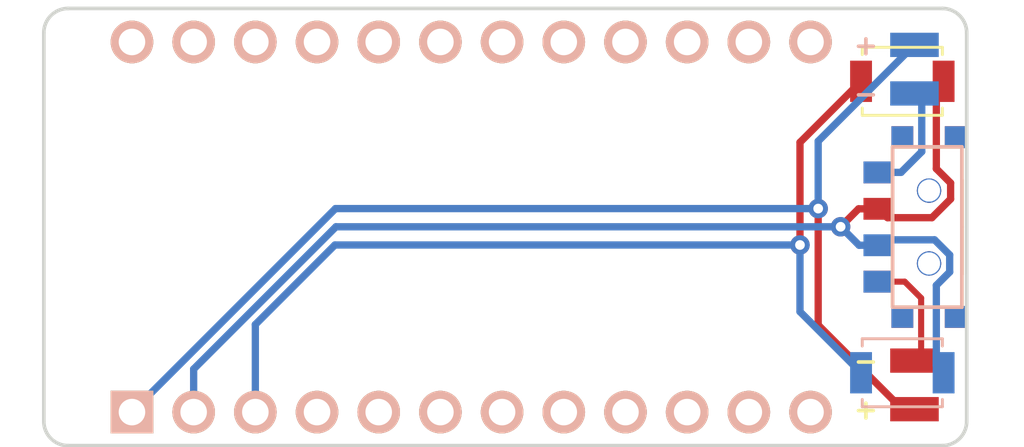
<source format=kicad_pcb>
(kicad_pcb (version 20211014) (generator pcbnew)
  (title_block (title "battpack") (rev "v1.0.0") (company "Unknown"))
  (layers (0 "F.Cu" signal) (31 "B.Cu" signal) (34 "B.Paste" user) (35 "F.Paste" user) (36 "B.SilkS" user "B.Silkscreen") (37 "F.SilkS" user "F.Silkscreen") (38 "B.Mask" user) (39 "F.Mask" user) (44 "Edge.Cuts" user))
  (net 0 "")
  (net 1 "RAW")
  (net 2 "GND")
  (net 3 "RST")
  (net 4 "VCC")
  (net 5 "F4")
  (net 6 "F5")
  (net 7 "F6")
  (net 8 "F7")
  (net 9 "B1")
  (net 10 "B3")
  (net 11 "B2")
  (net 12 "B6")
  (net 13 "D3")
  (net 14 "D2")
  (net 15 "D1")
  (net 16 "D0")
  (net 17 "D4")
  (net 18 "C6")
  (net 19 "D7")
  (net 20 "E6")
  (net 21 "B4")
  (net 22 "B5")
  (net 23 "BAT")
  (footprint "SMDPad" (layer "F.Cu") (at 18.25 -5.5)
    (fp_text reference "PAD2" hide)
    (fp_text value "" hide)
    (fp_text user "-" (at -2 0) (layer "B.SilkS") (effects (font (size 0.8 0.8)) (justify mirror)))
    (pad "1" smd rect locked (at 0 0) (size 2 1) (layers "B.Cu" "B.Paste" "B.Mask") (net 23 "BAT"))
  )
  (footprint "SW_SPST_B3U-1000P" (layer "F.Cu") (at 17.75 -6)
    (fp_text reference "B1" hide)
    (fp_text value "")
    (fp_line (start 1.65 -1.4) (end 1.65 -1.1) (layer "F.SilkS") (width 0.12))
    (fp_line (start -1.65 1.1) (end -1.65 1.4) (layer "F.SilkS") (width 0.12))
    (fp_line (start -1.65 1.4) (end 1.65 1.4) (layer "F.SilkS") (width 0.12))
    (fp_line (start 1.65 1.4) (end 1.65 1.1) (layer "F.SilkS") (width 0.12))
    (fp_line (start -1.65 -1.4) (end 1.65 -1.4) (layer "F.SilkS") (width 0.12))
    (fp_line (start -1.65 -1.1) (end -1.65 -1.4) (layer "F.SilkS") (width 0.12))
    (pad "1" smd rect locked (at -1.7 0) (size 0.9 1.7) (layers "F.Cu" "F.Paste" "F.Mask") (net 3 "RST"))
    (pad "2" smd rect locked (at 1.7 0) (size 0.9 1.7) (layers "F.Cu" "F.Paste" "F.Mask") (net 2 "GND"))
  )
  (footprint "SW_SPST_B3U-1000P" (layer "F.Cu") (at 17.75 6)
    (fp_text reference "B2" hide)
    (fp_text value "")
    (fp_line (start -1.65 1.1) (end -1.65 1.4) (layer "B.SilkS") (width 0.12))
    (fp_line (start -1.65 -1.1) (end -1.65 -1.4) (layer "B.SilkS") (width 0.12))
    (fp_line (start 1.65 1.4) (end 1.65 1.1) (layer "B.SilkS") (width 0.12))
    (fp_line (start -1.65 1.4) (end 1.65 1.4) (layer "B.SilkS") (width 0.12))
    (fp_line (start 1.65 -1.4) (end 1.65 -1.1) (layer "B.SilkS") (width 0.12))
    (fp_line (start -1.65 -1.4) (end 1.65 -1.4) (layer "B.SilkS") (width 0.12))
    (pad "1" smd rect locked (at -1.7 0) (size 0.9 1.7) (layers "B.Cu" "B.Paste" "B.Mask") (net 3 "RST"))
    (pad "2" smd rect locked (at 1.7 0) (size 0.9 1.7) (layers "B.Cu" "B.Paste" "B.Mask") (net 2 "GND"))
  )
  (footprint "SMDPad" (layer "F.Cu") (at 18.25 5.5)
    (fp_text reference "PAD4" hide)
    (fp_text value "" hide)
    (fp_text user "-" (at -2 0) (layer "F.SilkS") (effects (font (size 0.8 0.8))))
    (pad "1" smd rect locked (at 0 0) (size 2 1) (layers "F.Cu" "F.Paste" "F.Mask") (net 23 "BAT"))
  )
  (footprint "SMDPad" (layer "F.Cu") (at 18.25 -7.5)
    (fp_text reference "PAD1" hide)
    (fp_text value "" hide)
    (fp_text user "+" (at -2 0) (layer "B.SilkS") (effects (font (size 0.8 0.8)) (justify mirror)))
    (pad "1" smd rect locked (at 0 0) (size 2 1) (layers "B.Cu" "B.Paste" "B.Mask") (net 1 "RAW"))
  )
  (footprint "E73:SPDT_C128955" (layer "F.Cu") (at 18.85 0 -90)
    (fp_text reference "T2" hide)
    (fp_text value "" hide)
    (fp_line (start 0 -1.35) (end -3.3 -1.35) (layer "F.SilkS") (width 0.15))
    (fp_line (start 3.3 1.5) (end 3.3 -1.35) (layer "F.SilkS") (width 0.15))
    (fp_line (start -3.3 -1.35) (end -3.3 1.5) (layer "F.SilkS") (width 0.15))
    (fp_line (start -3.3 1.5) (end 3.3 1.5) (layer "F.SilkS") (width 0.15))
    (fp_line (start 0 -1.35) (end 3.3 -1.35) (layer "F.SilkS") (width 0.15))
    (fp_line (start 1.95 -1.35) (end -1.95 -1.35) (layer "F.SilkS") (width 0.15))
    (pad "" np_thru_hole circle locked (at 1.5 0) (size 1 1) (drill 0.9) (layers *.Cu *.Mask))
    (pad "" smd rect locked (at 3.7 -1.1 270) (size 0.9 0.9) (layers "F.Cu" "F.Paste" "F.Mask"))
    (pad "" smd rect locked (at 3.7 1.1 270) (size 0.9 0.9) (layers "F.Cu" "F.Paste" "F.Mask"))
    (pad "" np_thru_hole circle locked (at -1.5 0) (size 1 1) (drill 0.9) (layers *.Cu *.Mask))
    (pad "" smd rect locked (at -3.7 1.1 270) (size 0.9 0.9) (layers "F.Cu" "F.Paste" "F.Mask"))
    (pad "" smd rect locked (at -3.7 -1.1 270) (size 0.9 0.9) (layers "F.Cu" "F.Paste" "F.Mask"))
    (pad "1" smd rect locked (at 2.25 2.075 270) (size 0.9 1.25) (layers "F.Cu" "F.Paste" "F.Mask") (net 23 "BAT"))
    (pad "2" smd rect locked (at -0.75 2.075 270) (size 0.9 1.25) (layers "F.Cu" "F.Paste" "F.Mask") (net 2 "GND"))
    (pad "3" smd rect locked (at -2.25 2.075 270) (size 0.9 1.25) (layers "F.Cu" "F.Paste" "F.Mask"))
  )
  (footprint "SMDPad" (layer "F.Cu") (at 18.25 7.5)
    (fp_text reference "PAD3" hide)
    (fp_text value "" hide)
    (fp_text user "+" (at -2 0) (layer "F.SilkS") (effects (font (size 0.8 0.8))))
    (pad "1" smd rect locked (at 0 0) (size 2 1) (layers "F.Cu" "F.Paste" "F.Mask") (net 1 "RAW"))
  )
  (footprint "CONTROLLER" (layer "F.Cu") (at 0 0)
    (fp_text reference "" (at 0 0) (layer "F.SilkS") (effects (font (size 1.27 1.27))))
    (fp_text value "CONTROLLER" hide)
    (pad "1" thru_hole rect locked (at -13.97 7.62) (size 1.7526 1.7526) (drill 1.0922) (layers *.Cu *.SilkS *.Mask) (net 1 "RAW"))
    (pad "2" thru_hole circle locked (at -11.43 7.62) (size 1.7526 1.7526) (drill 1.0922) (layers *.Cu *.SilkS *.Mask) (net 2 "GND"))
    (pad "3" thru_hole circle locked (at -8.89 7.62) (size 1.7526 1.7526) (drill 1.0922) (layers *.Cu *.SilkS *.Mask) (net 3 "RST"))
    (pad "4" thru_hole circle locked (at -6.35 7.62) (size 1.7526 1.7526) (drill 1.0922) (layers *.Cu *.SilkS *.Mask) (net 4 "VCC"))
    (pad "5" thru_hole circle locked (at -3.81 7.62) (size 1.7526 1.7526) (drill 1.0922) (layers *.Cu *.SilkS *.Mask) (net 5 "F4"))
    (pad "6" thru_hole circle locked (at -1.27 7.62) (size 1.7526 1.7526) (drill 1.0922) (layers *.Cu *.SilkS *.Mask) (net 6 "F5"))
    (pad "7" thru_hole circle locked (at 1.27 7.62) (size 1.7526 1.7526) (drill 1.0922) (layers *.Cu *.SilkS *.Mask) (net 7 "F6"))
    (pad "8" thru_hole circle locked (at 3.81 7.62) (size 1.7526 1.7526) (drill 1.0922) (layers *.Cu *.SilkS *.Mask) (net 8 "F7"))
    (pad "9" thru_hole circle locked (at 6.35 7.62) (size 1.7526 1.7526) (drill 1.0922) (layers *.Cu *.SilkS *.Mask) (net 9 "B1"))
    (pad "10" thru_hole circle locked (at 8.89 7.62) (size 1.7526 1.7526) (drill 1.0922) (layers *.Cu *.SilkS *.Mask) (net 10 "B3"))
    (pad "11" thru_hole circle locked (at 11.43 7.62) (size 1.7526 1.7526) (drill 1.0922) (layers *.Cu *.SilkS *.Mask) (net 11 "B2"))
    (pad "12" thru_hole circle locked (at 13.97 7.62) (size 1.7526 1.7526) (drill 1.0922) (layers *.Cu *.SilkS *.Mask) (net 12 "B6"))
    (pad "13" thru_hole circle locked (at 13.97 -7.62) (size 1.7526 1.7526) (drill 1.0922) (layers *.Cu *.SilkS *.Mask) (net 22 "B5"))
    (pad "14" thru_hole circle locked (at 11.43 -7.62) (size 1.7526 1.7526) (drill 1.0922) (layers *.Cu *.SilkS *.Mask) (net 21 "B4"))
    (pad "15" thru_hole circle locked (at 8.89 -7.62) (size 1.7526 1.7526) (drill 1.0922) (layers *.Cu *.SilkS *.Mask) (net 20 "E6"))
    (pad "16" thru_hole circle locked (at 6.35 -7.62) (size 1.7526 1.7526) (drill 1.0922) (layers *.Cu *.SilkS *.Mask) (net 19 "D7"))
    (pad "17" thru_hole circle locked (at 3.81 -7.62) (size 1.7526 1.7526) (drill 1.0922) (layers *.Cu *.SilkS *.Mask) (net 18 "C6"))
    (pad "18" thru_hole circle locked (at 1.27 -7.62) (size 1.7526 1.7526) (drill 1.0922) (layers *.Cu *.SilkS *.Mask) (net 17 "D4"))
    (pad "19" thru_hole circle locked (at -1.27 -7.62) (size 1.7526 1.7526) (drill 1.0922) (layers *.Cu *.SilkS *.Mask) (net 16 "D0"))
    (pad "20" thru_hole circle locked (at -3.81 -7.62) (size 1.7526 1.7526) (drill 1.0922) (layers *.Cu *.SilkS *.Mask) (net 15 "D1"))
    (pad "21" thru_hole circle locked (at -6.35 -7.62) (size 1.7526 1.7526) (drill 1.0922) (layers *.Cu *.SilkS *.Mask) (net 2 "GND"))
    (pad "22" thru_hole circle locked (at -8.89 -7.62) (size 1.7526 1.7526) (drill 1.0922) (layers *.Cu *.SilkS *.Mask) (net 2 "GND"))
    (pad "23" thru_hole circle locked (at -11.43 -7.62) (size 1.7526 1.7526) (drill 1.0922) (layers *.Cu *.SilkS *.Mask) (net 14 "D2"))
    (pad "24" thru_hole circle locked (at -13.97 -7.62) (size 1.7526 1.7526) (drill 1.0922) (layers *.Cu *.SilkS *.Mask) (net 13 "D3"))
  )
  (footprint "E73:SPDT_C128955" (layer "B.Cu") (at 18.85 0 -90)
    (fp_text reference "T1" hide)
    (fp_text value "" hide)
    (fp_line (start -3.3 -1.35) (end -3.3 1.5) (layer "B.SilkS") (width 0.15))
    (fp_line (start 1.95 -1.35) (end -1.95 -1.35) (layer "B.SilkS") (width 0.15))
    (fp_line (start 3.3 1.5) (end 3.3 -1.35) (layer "B.SilkS") (width 0.15))
    (fp_line (start 0 -1.35) (end -3.3 -1.35) (layer "B.SilkS") (width 0.15))
    (fp_line (start -3.3 1.5) (end 3.3 1.5) (layer "B.SilkS") (width 0.15))
    (fp_line (start 0 -1.35) (end 3.3 -1.35) (layer "B.SilkS") (width 0.15))
    (pad "" smd rect locked (at 3.7 -1.1 270) (size 0.9 0.9) (layers "B.Cu" "B.Paste" "B.Mask"))
    (pad "" smd rect locked (at -3.7 -1.1 270) (size 0.9 0.9) (layers "B.Cu" "B.Paste" "B.Mask"))
    (pad "" np_thru_hole circle locked (at 1.5 0) (size 1 1) (drill 0.9) (layers *.Cu *.Mask))
    (pad "" np_thru_hole circle locked (at -1.5 0) (size 1 1) (drill 0.9) (layers *.Cu *.Mask))
    (pad "" smd rect locked (at 3.7 1.1 270) (size 0.9 0.9) (layers "B.Cu" "B.Paste" "B.Mask"))
    (pad "" smd rect locked (at -3.7 1.1 270) (size 0.9 0.9) (layers "B.Cu" "B.Paste" "B.Mask"))
    (pad "1" smd rect locked (at -2.25 2.075 270) (size 0.9 1.25) (layers "B.Cu" "B.Paste" "B.Mask") (net 23 "BAT"))
    (pad "2" smd rect locked (at 0.75 2.075 270) (size 0.9 1.25) (layers "B.Cu" "B.Paste" "B.Mask") (net 2 "GND"))
    (pad "3" smd rect locked (at 2.25 2.075 270) (size 0.9 1.25) (layers "B.Cu" "B.Paste" "B.Mask"))
  )
  (gr_line (start -17.6 -8) (end -17.6 8) (layer "Edge.Cuts") (width 0.15))
  (gr_arc (start -16.6 9) (mid -17.307107 8.707107) (end -17.6 8) (layer "Edge.Cuts") (width 0.15))
  (gr_arc (start 20.4 8) (mid 20.107107 8.707107) (end 19.4 9) (layer "Edge.Cuts") (width 0.15))
  (gr_line (start 19.4 -9) (end -16.6 -9) (layer "Edge.Cuts") (width 0.15))
  (gr_line (start 20.4 8) (end 20.4 -8) (layer "Edge.Cuts") (width 0.15))
  (gr_line (start -16.6 9) (end 19.4 9) (layer "Edge.Cuts") (width 0.15))
  (gr_arc (start -17.6 -8) (mid -17.307107 -8.707107) (end -16.6 -9) (layer "Edge.Cuts") (width 0.15))
  (gr_arc (start 19.4 -9) (mid 20.107107 -8.707107) (end 20.4 -8) (layer "Edge.Cuts") (width 0.15))
  (segment (start 14.285505 -0.759787) (end 14.285505 4.035505) (width 0.3) (layer "F.Cu") (net 1))
  (segment (start 17.75 7.5) (end 18.25 7.5) (width 0.3) (layer "F.Cu") (net 1))
  (segment (start 14.285505 4.035505) (end 17.75 7.5) (width 0.3) (layer "F.Cu") (net 1))
  (via (at 14.285505 -0.759787) (size 0.8) (drill 0.4) (layers "F.Cu" "B.Cu") (net 1))
  (segment (start -5.590213 -0.759787) (end -13.97 7.62) (width 0.3) (layer "B.Cu") (net 1))
  (segment (start 14.285505 -3.535505) (end 14.285505 -0.759787) (width 0.3) (layer "B.Cu") (net 1))
  (segment (start 14.285505 -0.759787) (end -5.590213 -0.759787) (width 0.3) (layer "B.Cu") (net 1))
  (segment (start 18.25 -7.5) (end 14.285505 -3.535505) (width 0.3) (layer "B.Cu") (net 1))
  (segment (start 19.45 -6) (end 19.150489 -5.700489) (width 0.3) (layer "F.Cu") (net 2))
  (segment (start 18.969446 -0.384989) (end 17.140011 -0.384989) (width 0.3) (layer "F.Cu") (net 2))
  (segment (start 19.737657 -1.813748) (end 19.737657 -1.1532) (width 0.3) (layer "F.Cu") (net 2))
  (segment (start 19.150489 -5.700489) (end 19.150489 -2.400916) (width 0.3) (layer "F.Cu") (net 2))
  (segment (start 15.208924 -0.010287) (end 15.948637 -0.75) (width 0.3) (layer "F.Cu") (net 2))
  (segment (start 15.948637 -0.75) (end 16.775 -0.75) (width 0.3) (layer "F.Cu") (net 2))
  (segment (start 17.140011 -0.384989) (end 16.775 -0.75) (width 0.3) (layer "F.Cu") (net 2))
  (segment (start 19.150489 -2.400916) (end 19.737657 -1.813748) (width 0.3) (layer "F.Cu") (net 2))
  (segment (start 19.737657 -1.1532) (end 18.969446 -0.384989) (width 0.3) (layer "F.Cu") (net 2))
  (via (at 15.208924 -0.010287) (size 0.8) (drill 0.4) (layers "F.Cu" "B.Cu") (net 2))
  (segment (start 16.775 0.75) (end 15.969211 0.75) (width 0.3) (layer "B.Cu") (net 2))
  (segment (start 19.45 6) (end 19.150489 5.700489) (width 0.3) (layer "B.Cu") (net 2))
  (segment (start 19.699521 1.851884) (end 19.699521 1.148116) (width 0.3) (layer "B.Cu") (net 2))
  (segment (start -11.43 5.848356) (end -11.43 7.62) (width 0.3) (layer "B.Cu") (net 2))
  (segment (start 19.150489 2.400916) (end 19.699521 1.851884) (width 0.3) (layer "B.Cu") (net 2))
  (segment (start 19.699521 1.148116) (end 19.077852 0.526447) (width 0.3) (layer "B.Cu") (net 2))
  (segment (start -5.571357 -0.010287) (end -11.43 5.848356) (width 0.3) (layer "B.Cu") (net 2))
  (segment (start 19.077852 0.526447) (end 16.998553 0.526447) (width 0.3) (layer "B.Cu") (net 2))
  (segment (start 15.208924 -0.010287) (end -5.571357 -0.010287) (width 0.3) (layer "B.Cu") (net 2))
  (segment (start 16.998553 0.526447) (end 16.775 0.75) (width 0.3) (layer "B.Cu") (net 2))
  (segment (start 15.969211 0.75) (end 15.208924 -0.010287) (width 0.3) (layer "B.Cu") (net 2))
  (segment (start 19.150489 5.700489) (end 19.150489 2.400916) (width 0.3) (layer "B.Cu") (net 2))
  (segment (start 13.536005 0.739213) (end 13.536005 -3.486005) (width 0.3) (layer "F.Cu") (net 3))
  (segment (start 13.536005 -3.486005) (end 16.05 -6) (width 0.3) (layer "F.Cu") (net 3))
  (via (at 13.536005 0.739213) (size 0.8) (drill 0.4) (layers "F.Cu" "B.Cu") (net 3))
  (segment (start -5.614429 0.739213) (end -8.89 4.014784) (width 0.3) (layer "B.Cu") (net 3))
  (segment (start 16.05 6) (end 13.536005 3.486005) (width 0.3) (layer "B.Cu") (net 3))
  (segment (start 13.536005 3.486005) (end 13.536005 0.739213) (width 0.3) (layer "B.Cu") (net 3))
  (segment (start -8.89 4.014784) (end -8.89 7.62) (width 0.3) (layer "B.Cu") (net 3))
  (segment (start 13.536005 0.739213) (end -5.614429 0.739213) (width 0.3) (layer "B.Cu") (net 3))
  (segment (start 18.524511 2.925489) (end 17.849022 2.25) (width 0.25) (layer "F.Cu") (net 23))
  (segment (start 17.849022 2.25) (end 16.775 2.25) (width 0.25) (layer "F.Cu") (net 23))
  (segment (start 18.524511 5.225489) (end 18.524511 2.925489) (width 0.25) (layer "F.Cu") (net 23))
  (segment (start 18.25 5.5) (end 18.524511 5.225489) (width 0.25) (layer "F.Cu") (net 23))
  (segment (start 18.549511 -5.200489) (end 18.549511 -3.10276) (width 0.3) (layer "B.Cu") (net 23))
  (segment (start 17.696751 -2.25) (end 16.775 -2.25) (width 0.3) (layer "B.Cu") (net 23))
  (segment (start 18.549511 -3.10276) (end 17.696751 -2.25) (width 0.3) (layer "B.Cu") (net 23))
  (segment (start 18.25 -5.5) (end 18.549511 -5.200489) (width 0.3) (layer "B.Cu") (net 23))
)
</source>
